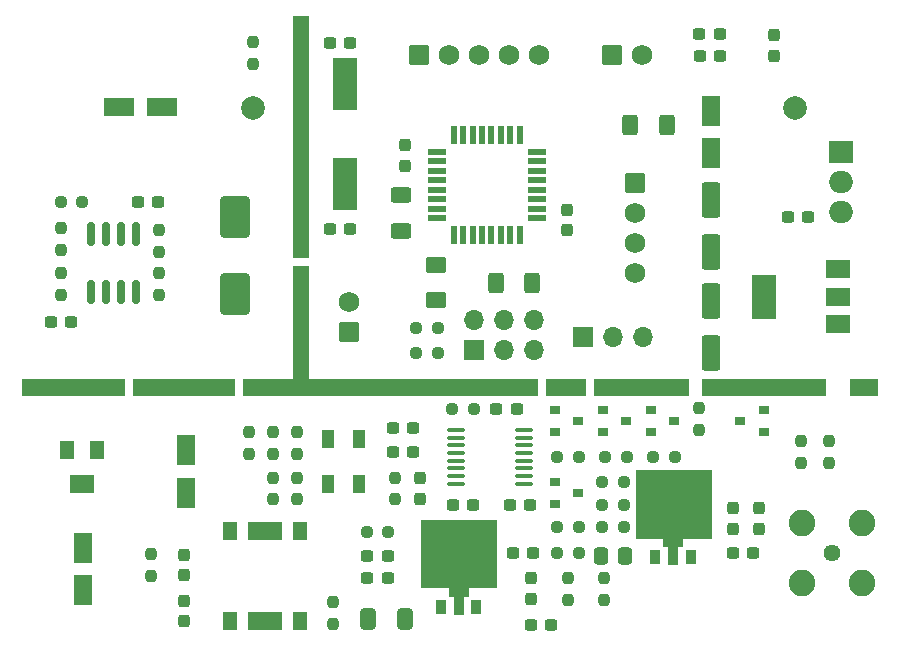
<source format=gbr>
%TF.GenerationSoftware,KiCad,Pcbnew,7.0.2*%
%TF.CreationDate,2023-08-02T15:39:13+02:00*%
%TF.ProjectId,ATV,4154562e-6b69-4636-9164-5f7063625858,1*%
%TF.SameCoordinates,Original*%
%TF.FileFunction,Soldermask,Top*%
%TF.FilePolarity,Negative*%
%FSLAX46Y46*%
G04 Gerber Fmt 4.6, Leading zero omitted, Abs format (unit mm)*
G04 Created by KiCad (PCBNEW 7.0.2) date 2023-08-02 15:39:13*
%MOMM*%
%LPD*%
G01*
G04 APERTURE LIST*
G04 Aperture macros list*
%AMRoundRect*
0 Rectangle with rounded corners*
0 $1 Rounding radius*
0 $2 $3 $4 $5 $6 $7 $8 $9 X,Y pos of 4 corners*
0 Add a 4 corners polygon primitive as box body*
4,1,4,$2,$3,$4,$5,$6,$7,$8,$9,$2,$3,0*
0 Add four circle primitives for the rounded corners*
1,1,$1+$1,$2,$3*
1,1,$1+$1,$4,$5*
1,1,$1+$1,$6,$7*
1,1,$1+$1,$8,$9*
0 Add four rect primitives between the rounded corners*
20,1,$1+$1,$2,$3,$4,$5,0*
20,1,$1+$1,$4,$5,$6,$7,0*
20,1,$1+$1,$6,$7,$8,$9,0*
20,1,$1+$1,$8,$9,$2,$3,0*%
%AMFreePoly0*
4,1,9,3.862500,-0.866500,0.737500,-0.866500,0.737500,-0.450000,-0.737500,-0.450000,-0.737500,0.450000,0.737500,0.450000,0.737500,0.866500,3.862500,0.866500,3.862500,-0.866500,3.862500,-0.866500,$1*%
G04 Aperture macros list end*
%ADD10C,0.100000*%
%ADD11RoundRect,0.237500X-0.237500X0.250000X-0.237500X-0.250000X0.237500X-0.250000X0.237500X0.250000X0*%
%ADD12RoundRect,0.237500X-0.250000X-0.237500X0.250000X-0.237500X0.250000X0.237500X-0.250000X0.237500X0*%
%ADD13O,2.000000X1.905000*%
%ADD14R,2.000000X1.905000*%
%ADD15R,1.000000X1.500000*%
%ADD16R,1.200000X1.600000*%
%ADD17R,3.000000X1.600000*%
%ADD18RoundRect,0.237500X-0.237500X0.300000X-0.237500X-0.300000X0.237500X-0.300000X0.237500X0.300000X0*%
%ADD19C,1.740000*%
%ADD20RoundRect,0.249999X0.620001X-0.620001X0.620001X0.620001X-0.620001X0.620001X-0.620001X-0.620001X0*%
%ADD21RoundRect,0.250000X0.550000X-1.050000X0.550000X1.050000X-0.550000X1.050000X-0.550000X-1.050000X0*%
%ADD22RoundRect,0.250000X-1.050000X-0.550000X1.050000X-0.550000X1.050000X0.550000X-1.050000X0.550000X0*%
%ADD23R,0.900000X0.800000*%
%ADD24R,1.300000X1.600000*%
%ADD25R,2.000000X1.600000*%
%ADD26RoundRect,0.237500X0.237500X-0.250000X0.237500X0.250000X-0.237500X0.250000X-0.237500X-0.250000X0*%
%ADD27RoundRect,0.250000X0.337500X0.475000X-0.337500X0.475000X-0.337500X-0.475000X0.337500X-0.475000X0*%
%ADD28RoundRect,0.249999X-0.400001X-0.625001X0.400001X-0.625001X0.400001X0.625001X-0.400001X0.625001X0*%
%ADD29R,2.000000X4.500000*%
%ADD30RoundRect,0.237500X0.300000X0.237500X-0.300000X0.237500X-0.300000X-0.237500X0.300000X-0.237500X0*%
%ADD31RoundRect,0.150000X-0.150000X0.825000X-0.150000X-0.825000X0.150000X-0.825000X0.150000X0.825000X0*%
%ADD32O,1.700000X1.700000*%
%ADD33R,1.700000X1.700000*%
%ADD34RoundRect,0.249999X-0.620001X-0.620001X0.620001X-0.620001X0.620001X0.620001X-0.620001X0.620001X0*%
%ADD35RoundRect,0.249999X0.400001X0.625001X-0.400001X0.625001X-0.400001X-0.625001X0.400001X-0.625001X0*%
%ADD36RoundRect,0.249999X-0.625001X0.400001X-0.625001X-0.400001X0.625001X-0.400001X0.625001X0.400001X0*%
%ADD37RoundRect,0.249999X-0.620001X0.620001X-0.620001X-0.620001X0.620001X-0.620001X0.620001X0.620001X0*%
%ADD38C,2.000000*%
%ADD39FreePoly0,90.000000*%
%ADD40R,0.900000X1.300000*%
%ADD41R,2.000000X1.500000*%
%ADD42R,2.000000X3.800000*%
%ADD43RoundRect,0.100000X-0.637500X-0.100000X0.637500X-0.100000X0.637500X0.100000X-0.637500X0.100000X0*%
%ADD44R,0.550000X1.600000*%
%ADD45R,1.600000X0.550000*%
%ADD46RoundRect,0.237500X0.250000X0.237500X-0.250000X0.237500X-0.250000X-0.237500X0.250000X-0.237500X0*%
%ADD47RoundRect,0.237500X-0.237500X0.287500X-0.237500X-0.287500X0.237500X-0.287500X0.237500X0.287500X0*%
%ADD48RoundRect,0.237500X0.237500X-0.287500X0.237500X0.287500X-0.237500X0.287500X-0.237500X-0.287500X0*%
%ADD49C,2.250000*%
%ADD50C,1.440000*%
%ADD51RoundRect,0.250000X0.625000X-0.462500X0.625000X0.462500X-0.625000X0.462500X-0.625000X-0.462500X0*%
%ADD52RoundRect,0.237500X0.237500X-0.300000X0.237500X0.300000X-0.237500X0.300000X-0.237500X-0.300000X0*%
%ADD53RoundRect,0.250000X-0.550000X1.250000X-0.550000X-1.250000X0.550000X-1.250000X0.550000X1.250000X0*%
%ADD54RoundRect,0.237500X-0.300000X-0.237500X0.300000X-0.237500X0.300000X0.237500X-0.300000X0.237500X0*%
%ADD55RoundRect,0.250000X-0.550000X1.050000X-0.550000X-1.050000X0.550000X-1.050000X0.550000X1.050000X0*%
%ADD56RoundRect,0.249997X0.412503X0.650003X-0.412503X0.650003X-0.412503X-0.650003X0.412503X-0.650003X0*%
%ADD57RoundRect,0.250000X1.000000X-1.500000X1.000000X1.500000X-1.000000X1.500000X-1.000000X-1.500000X0*%
G04 APERTURE END LIST*
D10*
X100584000Y-157353000D02*
X94234000Y-157353000D01*
X94234000Y-151638000D01*
X100584000Y-151638000D01*
X100584000Y-157353000D01*
G36*
X100584000Y-157353000D02*
G01*
X94234000Y-157353000D01*
X94234000Y-151638000D01*
X100584000Y-151638000D01*
X100584000Y-157353000D01*
G37*
X118745000Y-153162000D02*
X112395000Y-153162000D01*
X112395000Y-147447000D01*
X118745000Y-147447000D01*
X118745000Y-153162000D01*
G36*
X118745000Y-153162000D02*
G01*
X112395000Y-153162000D01*
X112395000Y-147447000D01*
X118745000Y-147447000D01*
X118745000Y-153162000D01*
G37*
X78359000Y-141097000D02*
X69850000Y-141097000D01*
X69850000Y-139700000D01*
X78359000Y-139700000D01*
X78359000Y-141097000D01*
G36*
X78359000Y-141097000D02*
G01*
X69850000Y-141097000D01*
X69850000Y-139700000D01*
X78359000Y-139700000D01*
X78359000Y-141097000D01*
G37*
X108077000Y-141097000D02*
X104775000Y-141097000D01*
X104775000Y-139700000D01*
X108077000Y-139700000D01*
X108077000Y-141097000D01*
G36*
X108077000Y-141097000D02*
G01*
X104775000Y-141097000D01*
X104775000Y-139700000D01*
X108077000Y-139700000D01*
X108077000Y-141097000D01*
G37*
X84637880Y-129413000D02*
X83367880Y-129413000D01*
X83367880Y-108966000D01*
X84637880Y-108966000D01*
X84637880Y-129413000D01*
G36*
X84637880Y-129413000D02*
G01*
X83367880Y-129413000D01*
X83367880Y-108966000D01*
X84637880Y-108966000D01*
X84637880Y-129413000D01*
G37*
X84637880Y-139760960D02*
X83367880Y-139760960D01*
X83367880Y-130175000D01*
X84637880Y-130175000D01*
X84637880Y-139760960D01*
G36*
X84637880Y-139760960D02*
G01*
X83367880Y-139760960D01*
X83367880Y-130175000D01*
X84637880Y-130175000D01*
X84637880Y-139760960D01*
G37*
X69088000Y-141097000D02*
X60452000Y-141097000D01*
X60452000Y-139700000D01*
X69088000Y-139700000D01*
X69088000Y-141097000D01*
G36*
X69088000Y-141097000D02*
G01*
X60452000Y-141097000D01*
X60452000Y-139700000D01*
X69088000Y-139700000D01*
X69088000Y-141097000D01*
G37*
X104013000Y-141097000D02*
X79121000Y-141097000D01*
X79121000Y-139700000D01*
X104013000Y-139700000D01*
X104013000Y-141097000D01*
G36*
X104013000Y-141097000D02*
G01*
X79121000Y-141097000D01*
X79121000Y-139700000D01*
X104013000Y-139700000D01*
X104013000Y-141097000D01*
G37*
X116840000Y-141097000D02*
X108839000Y-141097000D01*
X108839000Y-139700000D01*
X116840000Y-139700000D01*
X116840000Y-141097000D01*
G36*
X116840000Y-141097000D02*
G01*
X108839000Y-141097000D01*
X108839000Y-139700000D01*
X116840000Y-139700000D01*
X116840000Y-141097000D01*
G37*
X128397000Y-141097000D02*
X117983000Y-141097000D01*
X117983000Y-139700000D01*
X128397000Y-139700000D01*
X128397000Y-141097000D01*
G36*
X128397000Y-141097000D02*
G01*
X117983000Y-141097000D01*
X117983000Y-139700000D01*
X128397000Y-139700000D01*
X128397000Y-141097000D01*
G37*
X132842000Y-141097000D02*
X130540760Y-141104620D01*
X130540760Y-139707620D01*
X132842000Y-139700000D01*
X132842000Y-141097000D01*
G36*
X132842000Y-141097000D02*
G01*
X130540760Y-141104620D01*
X130540760Y-139707620D01*
X132842000Y-139700000D01*
X132842000Y-141097000D01*
G37*
D11*
%TO.C,R3*%
X91998800Y-149907000D03*
X91998800Y-148082000D03*
%TD*%
D12*
%TO.C,R22*%
X91463500Y-152704800D03*
X89638500Y-152704800D03*
%TD*%
D13*
%TO.C,U5*%
X129755900Y-125564900D03*
X129755900Y-123024900D03*
D14*
X129755900Y-120484900D03*
%TD*%
D11*
%TO.C,R21*%
X83705700Y-149907000D03*
X83705700Y-148082000D03*
%TD*%
D15*
%TO.C,X1*%
X88992000Y-144780000D03*
X88992000Y-148580000D03*
X86392000Y-148580000D03*
X86392000Y-144780000D03*
%TD*%
D16*
%TO.C,X2*%
X84031000Y-160225000D03*
X78031000Y-160225000D03*
D17*
X81031000Y-160225000D03*
X81031000Y-152625000D03*
D16*
X78031000Y-152625000D03*
X84031000Y-152625000D03*
%TD*%
D18*
%TO.C,C6*%
X94183200Y-149857000D03*
X94183200Y-148132000D03*
%TD*%
D12*
%TO.C,R8*%
X95654500Y-137541000D03*
X93829500Y-137541000D03*
%TD*%
D19*
%TO.C,J1*%
X88138000Y-133223000D03*
D20*
X88138000Y-135763000D03*
%TD*%
D21*
%TO.C,C14*%
X74295000Y-145774000D03*
X74295000Y-149374000D03*
%TD*%
%TO.C,C18*%
X65595500Y-154029000D03*
X65595500Y-157629000D03*
%TD*%
D22*
%TO.C,C11*%
X72285000Y-116713000D03*
X68685000Y-116713000D03*
%TD*%
D23*
%TO.C,Q1*%
X121237500Y-143256000D03*
X123237500Y-142306000D03*
X123237500Y-144206000D03*
%TD*%
D24*
%TO.C,RV1*%
X64282000Y-145743000D03*
D25*
X65532000Y-148643000D03*
D24*
X66782000Y-145743000D03*
%TD*%
D26*
%TO.C,R18*%
X81661000Y-148082000D03*
X81661000Y-149907000D03*
%TD*%
D27*
%TO.C,C28*%
X109452500Y-154686000D03*
X111527500Y-154686000D03*
%TD*%
D28*
%TO.C,R7*%
X103658000Y-131572000D03*
X100558000Y-131572000D03*
%TD*%
D29*
%TO.C,Y1*%
X87757000Y-123249000D03*
X87757000Y-114749000D03*
%TD*%
D26*
%TO.C,R34*%
X117729000Y-142216500D03*
X117729000Y-144041500D03*
%TD*%
D12*
%TO.C,R33*%
X111402500Y-150368000D03*
X109577500Y-150368000D03*
%TD*%
%TO.C,R32*%
X115720500Y-146304000D03*
X113895500Y-146304000D03*
%TD*%
%TO.C,R31*%
X107592500Y-146304000D03*
X105767500Y-146304000D03*
%TD*%
%TO.C,R30*%
X111402500Y-152273000D03*
X109577500Y-152273000D03*
%TD*%
%TO.C,R29*%
X111402500Y-148463000D03*
X109577500Y-148463000D03*
%TD*%
%TO.C,R28*%
X107592500Y-152273000D03*
X105767500Y-152273000D03*
%TD*%
%TO.C,R27*%
X111656500Y-146304000D03*
X109831500Y-146304000D03*
%TD*%
D11*
%TO.C,R20*%
X86741000Y-160424500D03*
X86741000Y-158599500D03*
%TD*%
%TO.C,R19*%
X71374000Y-156360500D03*
X71374000Y-154535500D03*
%TD*%
%TO.C,R12*%
X72009000Y-128928500D03*
X72009000Y-127103500D03*
%TD*%
D26*
%TO.C,R6*%
X80010000Y-111228500D03*
X80010000Y-113053500D03*
%TD*%
D23*
%TO.C,Q5*%
X115681000Y-143256000D03*
X113681000Y-144206000D03*
X113681000Y-142306000D03*
%TD*%
%TO.C,Q4*%
X107553000Y-143256000D03*
X105553000Y-144206000D03*
X105553000Y-142306000D03*
%TD*%
%TO.C,Q3*%
X107553000Y-149352000D03*
X105553000Y-150302000D03*
X105553000Y-148402000D03*
%TD*%
%TO.C,Q2*%
X111617000Y-143256000D03*
X109617000Y-144206000D03*
X109617000Y-142306000D03*
%TD*%
D18*
%TO.C,C20*%
X74168000Y-156310500D03*
X74168000Y-154585500D03*
%TD*%
D30*
%TO.C,C12*%
X70257500Y-124714000D03*
X71982500Y-124714000D03*
%TD*%
D31*
%TO.C,U3*%
X70104000Y-132396000D03*
X68834000Y-132396000D03*
X67564000Y-132396000D03*
X66294000Y-132396000D03*
X66294000Y-127446000D03*
X67564000Y-127446000D03*
X68834000Y-127446000D03*
X70104000Y-127446000D03*
%TD*%
D32*
%TO.C,J4*%
X113030000Y-136144000D03*
X110490000Y-136144000D03*
D33*
X107950000Y-136144000D03*
%TD*%
D32*
%TO.C,J7*%
X103759000Y-134747000D03*
X103759000Y-137287000D03*
X101219000Y-134747000D03*
X101219000Y-137287000D03*
X98679000Y-134747000D03*
D33*
X98679000Y-137287000D03*
%TD*%
D19*
%TO.C,J5*%
X104190800Y-112318800D03*
X101650800Y-112318800D03*
X99110800Y-112318800D03*
X96570800Y-112318800D03*
D34*
X94030800Y-112318800D03*
%TD*%
D35*
%TO.C,R23*%
X111962600Y-118186200D03*
X115062600Y-118186200D03*
%TD*%
D36*
%TO.C,R5*%
X92506800Y-127203800D03*
X92506800Y-124103800D03*
%TD*%
D19*
%TO.C,J6*%
X112344200Y-130784600D03*
X112344200Y-128244600D03*
X112344200Y-125704600D03*
D37*
X112344200Y-123164600D03*
%TD*%
D19*
%TO.C,J3*%
X112953800Y-112318800D03*
D34*
X110413800Y-112318800D03*
%TD*%
D30*
%TO.C,C16*%
X117806300Y-110490000D03*
X119531300Y-110490000D03*
%TD*%
%TO.C,C15*%
X117831700Y-112395000D03*
X119556700Y-112395000D03*
%TD*%
D38*
%TO.C,J2*%
X80010000Y-116814600D03*
%TD*%
D39*
%TO.C,U6*%
X115570000Y-154724500D03*
D40*
X117070000Y-154812000D03*
X114070000Y-154812000D03*
%TD*%
D41*
%TO.C,U7*%
X129540400Y-135040400D03*
X129540400Y-130440400D03*
X129540400Y-132740400D03*
D42*
X123240400Y-132740400D03*
%TD*%
D39*
%TO.C,U4*%
X97409000Y-158915500D03*
D40*
X98909000Y-159003000D03*
X95909000Y-159003000D03*
%TD*%
D43*
%TO.C,U2*%
X102938500Y-144029000D03*
X102938500Y-144679000D03*
X102938500Y-145329000D03*
X102938500Y-145979000D03*
X102938500Y-146629000D03*
X102938500Y-147279000D03*
X102938500Y-147929000D03*
X102938500Y-148579000D03*
X97213500Y-148579000D03*
X97213500Y-147929000D03*
X97213500Y-147279000D03*
X97213500Y-146629000D03*
X97213500Y-145979000D03*
X97213500Y-145329000D03*
X97213500Y-144679000D03*
X97213500Y-144029000D03*
%TD*%
D44*
%TO.C,U1*%
X96996600Y-119041600D03*
X97796600Y-119041600D03*
X98596600Y-119041600D03*
X99396600Y-119041600D03*
X100196600Y-119041600D03*
X100996600Y-119041600D03*
X101796600Y-119041600D03*
X102596600Y-119041600D03*
D45*
X104046600Y-120491600D03*
X104046600Y-121291600D03*
X104046600Y-122091600D03*
X104046600Y-122891600D03*
X104046600Y-123691600D03*
X104046600Y-124491600D03*
X104046600Y-125291600D03*
X104046600Y-126091600D03*
D44*
X102596600Y-127541600D03*
X101796600Y-127541600D03*
X100996600Y-127541600D03*
X100196600Y-127541600D03*
X99396600Y-127541600D03*
X98596600Y-127541600D03*
X97796600Y-127541600D03*
X96996600Y-127541600D03*
D45*
X95546600Y-126091600D03*
X95546600Y-125291600D03*
X95546600Y-124491600D03*
X95546600Y-123691600D03*
X95546600Y-122891600D03*
X95546600Y-122091600D03*
X95546600Y-121291600D03*
X95546600Y-120491600D03*
%TD*%
D11*
%TO.C,R26*%
X109728000Y-158392500D03*
X109728000Y-156567500D03*
%TD*%
D46*
%TO.C,R25*%
X105767500Y-154432000D03*
X107592500Y-154432000D03*
%TD*%
D26*
%TO.C,R24*%
X106680000Y-156567500D03*
X106680000Y-158392500D03*
%TD*%
%TO.C,R16*%
X79629000Y-144248500D03*
X79629000Y-146073500D03*
%TD*%
D11*
%TO.C,R15*%
X72009000Y-132611500D03*
X72009000Y-130786500D03*
%TD*%
%TO.C,R17*%
X126365000Y-146835500D03*
X126365000Y-145010500D03*
%TD*%
D12*
%TO.C,R13*%
X98702500Y-142240000D03*
X96877500Y-142240000D03*
%TD*%
D46*
%TO.C,R11*%
X63730500Y-124714000D03*
X65555500Y-124714000D03*
%TD*%
D26*
%TO.C,R10*%
X63754000Y-130786500D03*
X63754000Y-132611500D03*
%TD*%
%TO.C,R14*%
X128778000Y-145010500D03*
X128778000Y-146835500D03*
%TD*%
D11*
%TO.C,R9*%
X63754000Y-128801500D03*
X63754000Y-126976500D03*
%TD*%
D12*
%TO.C,R4*%
X95654500Y-135382000D03*
X93829500Y-135382000D03*
%TD*%
D11*
%TO.C,R2*%
X81661000Y-146073500D03*
X81661000Y-144248500D03*
%TD*%
D26*
%TO.C,R1*%
X83693000Y-144248500D03*
X83693000Y-146073500D03*
%TD*%
D47*
%TO.C,L2*%
X120650000Y-152386000D03*
X120650000Y-150636000D03*
%TD*%
D48*
%TO.C,L1*%
X103505000Y-156605000D03*
X103505000Y-158355000D03*
%TD*%
D49*
%TO.C,J9*%
X126492000Y-156972000D03*
X126492000Y-151892000D03*
X131572000Y-151892000D03*
X131572000Y-156972000D03*
D50*
X129032000Y-154432000D03*
%TD*%
D38*
%TO.C,J8*%
X125882400Y-116814600D03*
%TD*%
D51*
%TO.C,D1*%
X95504000Y-130084500D03*
X95504000Y-133059500D03*
%TD*%
D30*
%TO.C,C32*%
X120650000Y-154432000D03*
X122375000Y-154432000D03*
%TD*%
D52*
%TO.C,C30*%
X122809000Y-150675000D03*
X122809000Y-152400000D03*
%TD*%
D53*
%TO.C,C33*%
X118745000Y-137505800D03*
X118745000Y-133105800D03*
%TD*%
D30*
%TO.C,C31*%
X125299300Y-125984000D03*
X127024300Y-125984000D03*
%TD*%
D53*
%TO.C,C29*%
X118770400Y-128971400D03*
X118770400Y-124571400D03*
%TD*%
D30*
%TO.C,C26*%
X102007500Y-154432000D03*
X103732500Y-154432000D03*
%TD*%
D52*
%TO.C,C27*%
X124129800Y-110619200D03*
X124129800Y-112344200D03*
%TD*%
D54*
%TO.C,C24*%
X105256500Y-160528000D03*
X103531500Y-160528000D03*
%TD*%
D55*
%TO.C,C25*%
X118745000Y-120621200D03*
X118745000Y-117021200D03*
%TD*%
D54*
%TO.C,C22*%
X91413500Y-154686000D03*
X89688500Y-154686000D03*
%TD*%
D30*
%TO.C,C23*%
X89688500Y-156591000D03*
X91413500Y-156591000D03*
%TD*%
D56*
%TO.C,C21*%
X89750500Y-160020000D03*
X92875500Y-160020000D03*
%TD*%
D52*
%TO.C,C19*%
X74168000Y-158522500D03*
X74168000Y-160247500D03*
%TD*%
D57*
%TO.C,C17*%
X78486000Y-126036000D03*
X78486000Y-132536000D03*
%TD*%
D54*
%TO.C,C13*%
X64616500Y-134874000D03*
X62891500Y-134874000D03*
%TD*%
D30*
%TO.C,C10*%
X86513500Y-127000000D03*
X88238500Y-127000000D03*
%TD*%
%TO.C,C9*%
X86513500Y-111252000D03*
X88238500Y-111252000D03*
%TD*%
%TO.C,C8*%
X96927500Y-150368000D03*
X98652500Y-150368000D03*
%TD*%
D52*
%TO.C,C4*%
X106553000Y-125375500D03*
X106553000Y-127100500D03*
%TD*%
D30*
%TO.C,C7*%
X91847500Y-145923000D03*
X93572500Y-145923000D03*
%TD*%
D54*
%TO.C,C5*%
X103478500Y-150368000D03*
X101753500Y-150368000D03*
%TD*%
D52*
%TO.C,C2*%
X92837000Y-119941000D03*
X92837000Y-121666000D03*
%TD*%
D30*
%TO.C,C3*%
X100610500Y-142240000D03*
X102335500Y-142240000D03*
%TD*%
%TO.C,C1*%
X91847500Y-143891000D03*
X93572500Y-143891000D03*
%TD*%
M02*

</source>
